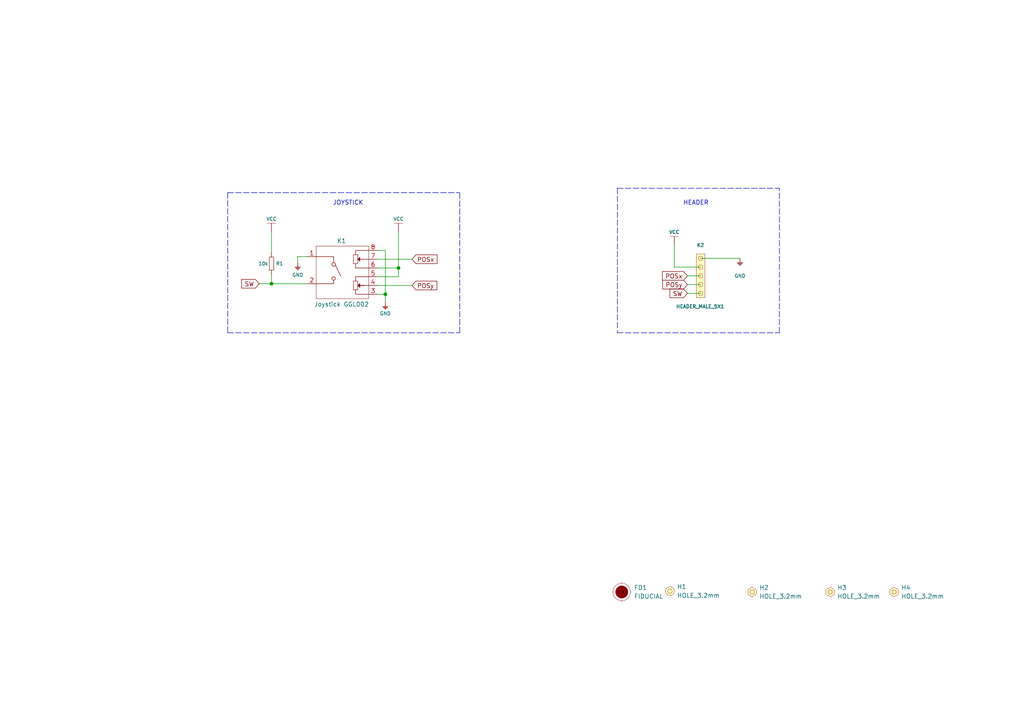
<source format=kicad_sch>
(kicad_sch (version 20211123) (generator eeschema)

  (uuid b7b2c7e9-017b-4a0e-b28b-73e3293c5d49)

  (paper "A4")

  (title_block
    (title "Joystick 2-axis with pushbutton breakout")
    (date "2024-10-03")
    (rev "V1.3.0.")
    (company "SOLDERED")
    (comment 1 "333089")
  )

  (lib_symbols
    (symbol "GND_1" (power) (pin_names (offset 0)) (in_bom yes) (on_board yes)
      (property "Reference" "#PWR" (id 0) (at 4.445 0 0)
        (effects (font (size 1 1)) hide)
      )
      (property "Value" "GND_1" (id 1) (at 0 -2.921 0)
        (effects (font (size 1 1)))
      )
      (property "Footprint" "" (id 2) (at 4.445 3.81 0)
        (effects (font (size 1 1)) hide)
      )
      (property "Datasheet" "" (id 3) (at 4.445 3.81 0)
        (effects (font (size 1 1)) hide)
      )
      (property "ki_keywords" "power-flag" (id 4) (at 0 0 0)
        (effects (font (size 1.27 1.27)) hide)
      )
      (property "ki_description" "Power symbol creates a global label with name \"GND\"" (id 5) (at 0 0 0)
        (effects (font (size 1.27 1.27)) hide)
      )
      (symbol "GND_1_0_1"
        (polyline
          (pts
            (xy -0.762 -1.27)
            (xy 0.762 -1.27)
          )
          (stroke (width 0.16) (type default) (color 0 0 0 0))
          (fill (type none))
        )
        (polyline
          (pts
            (xy -0.635 -1.524)
            (xy 0.635 -1.524)
          )
          (stroke (width 0.16) (type default) (color 0 0 0 0))
          (fill (type none))
        )
        (polyline
          (pts
            (xy -0.381 -1.778)
            (xy 0.381 -1.778)
          )
          (stroke (width 0.16) (type default) (color 0 0 0 0))
          (fill (type none))
        )
        (polyline
          (pts
            (xy -0.127 -2.032)
            (xy 0.127 -2.032)
          )
          (stroke (width 0.16) (type default) (color 0 0 0 0))
          (fill (type none))
        )
        (polyline
          (pts
            (xy 0 0)
            (xy 0 -1.27)
          )
          (stroke (width 0.16) (type default) (color 0 0 0 0))
          (fill (type none))
        )
      )
      (symbol "GND_1_1_1"
        (pin power_in line (at 0 0 270) (length 0) hide
          (name "GND" (effects (font (size 1.27 1.27))))
          (number "1" (effects (font (size 1.27 1.27))))
        )
      )
    )
    (symbol "GND_2" (power) (pin_names (offset 0)) (in_bom yes) (on_board yes)
      (property "Reference" "#PWR" (id 0) (at 4.445 0 0)
        (effects (font (size 1 1)) hide)
      )
      (property "Value" "GND_2" (id 1) (at 0 -2.921 0)
        (effects (font (size 1 1)))
      )
      (property "Footprint" "" (id 2) (at 4.445 3.81 0)
        (effects (font (size 1 1)) hide)
      )
      (property "Datasheet" "" (id 3) (at 4.445 3.81 0)
        (effects (font (size 1 1)) hide)
      )
      (property "ki_keywords" "power-flag" (id 4) (at 0 0 0)
        (effects (font (size 1.27 1.27)) hide)
      )
      (property "ki_description" "Power symbol creates a global label with name \"GND\"" (id 5) (at 0 0 0)
        (effects (font (size 1.27 1.27)) hide)
      )
      (symbol "GND_2_0_1"
        (polyline
          (pts
            (xy -0.762 -1.27)
            (xy 0.762 -1.27)
          )
          (stroke (width 0.16) (type default) (color 0 0 0 0))
          (fill (type none))
        )
        (polyline
          (pts
            (xy -0.635 -1.524)
            (xy 0.635 -1.524)
          )
          (stroke (width 0.16) (type default) (color 0 0 0 0))
          (fill (type none))
        )
        (polyline
          (pts
            (xy -0.381 -1.778)
            (xy 0.381 -1.778)
          )
          (stroke (width 0.16) (type default) (color 0 0 0 0))
          (fill (type none))
        )
        (polyline
          (pts
            (xy -0.127 -2.032)
            (xy 0.127 -2.032)
          )
          (stroke (width 0.16) (type default) (color 0 0 0 0))
          (fill (type none))
        )
        (polyline
          (pts
            (xy 0 0)
            (xy 0 -1.27)
          )
          (stroke (width 0.16) (type default) (color 0 0 0 0))
          (fill (type none))
        )
      )
      (symbol "GND_2_1_1"
        (pin power_in line (at 0 0 270) (length 0) hide
          (name "GND" (effects (font (size 1.27 1.27))))
          (number "1" (effects (font (size 1.27 1.27))))
        )
      )
    )
    (symbol "e-radionica.com schematics:0603R" (pin_numbers hide) (pin_names (offset 0.254)) (in_bom yes) (on_board yes)
      (property "Reference" "R" (id 0) (at 0 1.27 0)
        (effects (font (size 1 1)))
      )
      (property "Value" "0603R" (id 1) (at 0 -1.905 0)
        (effects (font (size 1 1)))
      )
      (property "Footprint" "e-radionica.com footprinti:0603R" (id 2) (at 0 -3.81 0)
        (effects (font (size 1 1)) hide)
      )
      (property "Datasheet" "" (id 3) (at -0.635 1.905 0)
        (effects (font (size 1 1)) hide)
      )
      (symbol "0603R_0_1"
        (rectangle (start -1.905 -0.635) (end 1.905 -0.6604)
          (stroke (width 0.1) (type default) (color 0 0 0 0))
          (fill (type none))
        )
        (rectangle (start -1.905 0.635) (end -1.8796 -0.635)
          (stroke (width 0.1) (type default) (color 0 0 0 0))
          (fill (type none))
        )
        (rectangle (start -1.905 0.635) (end 1.905 0.6096)
          (stroke (width 0.1) (type default) (color 0 0 0 0))
          (fill (type none))
        )
        (rectangle (start 1.905 0.635) (end 1.9304 -0.635)
          (stroke (width 0.1) (type default) (color 0 0 0 0))
          (fill (type none))
        )
      )
      (symbol "0603R_1_1"
        (pin passive line (at -3.175 0 0) (length 1.27)
          (name "~" (effects (font (size 1.27 1.27))))
          (number "1" (effects (font (size 1.27 1.27))))
        )
        (pin passive line (at 3.175 0 180) (length 1.27)
          (name "~" (effects (font (size 1.27 1.27))))
          (number "2" (effects (font (size 1.27 1.27))))
        )
      )
    )
    (symbol "e-radionica.com schematics:FIDUCIAL" (in_bom no) (on_board yes)
      (property "Reference" "FD" (id 0) (at 0 3.81 0)
        (effects (font (size 1.27 1.27)))
      )
      (property "Value" "FIDUCIAL" (id 1) (at 0 -3.81 0)
        (effects (font (size 1.27 1.27)))
      )
      (property "Footprint" "e-radionica.com footprinti:FIDUCIAL_23" (id 2) (at 0.254 -5.334 0)
        (effects (font (size 1.27 1.27)) hide)
      )
      (property "Datasheet" "" (id 3) (at 0 0 0)
        (effects (font (size 1.27 1.27)) hide)
      )
      (symbol "FIDUCIAL_0_1"
        (polyline
          (pts
            (xy -2.54 0)
            (xy -2.794 0)
          )
          (stroke (width 0.0006) (type default) (color 0 0 0 0))
          (fill (type none))
        )
        (polyline
          (pts
            (xy 0 -2.54)
            (xy 0 -2.794)
          )
          (stroke (width 0.0006) (type default) (color 0 0 0 0))
          (fill (type none))
        )
        (polyline
          (pts
            (xy 0 2.54)
            (xy 0 2.794)
          )
          (stroke (width 0.0006) (type default) (color 0 0 0 0))
          (fill (type none))
        )
        (polyline
          (pts
            (xy 2.54 0)
            (xy 2.794 0)
          )
          (stroke (width 0.0006) (type default) (color 0 0 0 0))
          (fill (type none))
        )
        (circle (center 0 0) (radius 1.7961)
          (stroke (width 0.001) (type default) (color 0 0 0 0))
          (fill (type outline))
        )
        (circle (center 0 0) (radius 2.54)
          (stroke (width 0.0006) (type default) (color 0 0 0 0))
          (fill (type none))
        )
      )
    )
    (symbol "e-radionica.com schematics:GND" (power) (pin_names (offset 0)) (in_bom yes) (on_board yes)
      (property "Reference" "#PWR" (id 0) (at 4.445 0 0)
        (effects (font (size 1 1)) hide)
      )
      (property "Value" "GND" (id 1) (at 0 -2.921 0)
        (effects (font (size 1 1)))
      )
      (property "Footprint" "" (id 2) (at 4.445 3.81 0)
        (effects (font (size 1 1)) hide)
      )
      (property "Datasheet" "" (id 3) (at 4.445 3.81 0)
        (effects (font (size 1 1)) hide)
      )
      (property "ki_keywords" "power-flag" (id 4) (at 0 0 0)
        (effects (font (size 1.27 1.27)) hide)
      )
      (property "ki_description" "Power symbol creates a global label with name \"GND\"" (id 5) (at 0 0 0)
        (effects (font (size 1.27 1.27)) hide)
      )
      (symbol "GND_0_1"
        (polyline
          (pts
            (xy -0.762 -1.27)
            (xy 0.762 -1.27)
          )
          (stroke (width 0.16) (type default) (color 0 0 0 0))
          (fill (type none))
        )
        (polyline
          (pts
            (xy -0.635 -1.524)
            (xy 0.635 -1.524)
          )
          (stroke (width 0.16) (type default) (color 0 0 0 0))
          (fill (type none))
        )
        (polyline
          (pts
            (xy -0.381 -1.778)
            (xy 0.381 -1.778)
          )
          (stroke (width 0.16) (type default) (color 0 0 0 0))
          (fill (type none))
        )
        (polyline
          (pts
            (xy -0.127 -2.032)
            (xy 0.127 -2.032)
          )
          (stroke (width 0.16) (type default) (color 0 0 0 0))
          (fill (type none))
        )
        (polyline
          (pts
            (xy 0 0)
            (xy 0 -1.27)
          )
          (stroke (width 0.16) (type default) (color 0 0 0 0))
          (fill (type none))
        )
      )
      (symbol "GND_1_1"
        (pin power_in line (at 0 0 270) (length 0) hide
          (name "GND" (effects (font (size 1.27 1.27))))
          (number "1" (effects (font (size 1.27 1.27))))
        )
      )
    )
    (symbol "e-radionica.com schematics:HEADER_MALE_5X1" (pin_numbers hide) (pin_names hide) (in_bom yes) (on_board yes)
      (property "Reference" "K" (id 0) (at -0.635 7.62 0)
        (effects (font (size 1 1)))
      )
      (property "Value" "HEADER_MALE_5X1" (id 1) (at 0.635 -7.62 0)
        (effects (font (size 1 1)))
      )
      (property "Footprint" "e-radionica.com footprinti:HEADER_MALE_5X1" (id 2) (at 0 0 0)
        (effects (font (size 1 1)) hide)
      )
      (property "Datasheet" "" (id 3) (at 0 0 0)
        (effects (font (size 1 1)) hide)
      )
      (symbol "HEADER_MALE_5X1_0_1"
        (rectangle (start -1.27 6.35) (end 1.27 -6.35)
          (stroke (width 0.001) (type default) (color 0 0 0 0))
          (fill (type background))
        )
        (circle (center 0 -5.08) (radius 0.635)
          (stroke (width 0.0006) (type default) (color 0 0 0 0))
          (fill (type none))
        )
        (circle (center 0 -2.54) (radius 0.635)
          (stroke (width 0.0006) (type default) (color 0 0 0 0))
          (fill (type none))
        )
        (circle (center 0 0) (radius 0.635)
          (stroke (width 0.0006) (type default) (color 0 0 0 0))
          (fill (type none))
        )
        (circle (center 0 2.54) (radius 0.635)
          (stroke (width 0.0006) (type default) (color 0 0 0 0))
          (fill (type none))
        )
        (circle (center 0 5.08) (radius 0.635)
          (stroke (width 0.0006) (type default) (color 0 0 0 0))
          (fill (type none))
        )
      )
      (symbol "HEADER_MALE_5X1_1_1"
        (pin passive line (at 0 -5.08 180) (length 0)
          (name "~" (effects (font (size 1 1))))
          (number "1" (effects (font (size 1 1))))
        )
        (pin passive line (at 0 -2.54 180) (length 0)
          (name "~" (effects (font (size 1 1))))
          (number "2" (effects (font (size 1 1))))
        )
        (pin passive line (at 0 0 180) (length 0)
          (name "~" (effects (font (size 1 1))))
          (number "3" (effects (font (size 1 1))))
        )
        (pin passive line (at 0 2.54 180) (length 0)
          (name "~" (effects (font (size 1 1))))
          (number "4" (effects (font (size 1 1))))
        )
        (pin passive line (at 0 5.08 180) (length 0)
          (name "~" (effects (font (size 0.991 0.991))))
          (number "5" (effects (font (size 0.991 0.991))))
        )
      )
    )
    (symbol "e-radionica.com schematics:HOLE_3.2mm" (pin_numbers hide) (pin_names hide) (in_bom yes) (on_board yes)
      (property "Reference" "H" (id 0) (at 0 2.54 0)
        (effects (font (size 1.27 1.27)))
      )
      (property "Value" "HOLE_3.2mm" (id 1) (at 0 -2.54 0)
        (effects (font (size 1.27 1.27)))
      )
      (property "Footprint" "e-radionica.com footprinti:HOLE_3.2mm" (id 2) (at 0 0 0)
        (effects (font (size 1.27 1.27)) hide)
      )
      (property "Datasheet" "" (id 3) (at 0 0 0)
        (effects (font (size 1.27 1.27)) hide)
      )
      (symbol "HOLE_3.2mm_0_1"
        (circle (center 0 0) (radius 0.635)
          (stroke (width 0.0006) (type default) (color 0 0 0 0))
          (fill (type none))
        )
        (circle (center 0 0) (radius 1.27)
          (stroke (width 0.001) (type default) (color 0 0 0 0))
          (fill (type background))
        )
      )
    )
    (symbol "e-radionica.com schematics:Joystick GGL002" (in_bom yes) (on_board yes)
      (property "Reference" "K" (id 0) (at 0 8.89 0)
        (effects (font (size 1.27 1.27)))
      )
      (property "Value" "Joystick GGL002" (id 1) (at 0 -8.89 0)
        (effects (font (size 1.27 1.27)))
      )
      (property "Footprint" "e-radionica.com footprinti:Joystick GGL002" (id 2) (at 0 -11.43 0)
        (effects (font (size 1.27 1.27)) hide)
      )
      (property "Datasheet" "" (id 3) (at -8.636 -4.064 90)
        (effects (font (size 1.27 1.27)) hide)
      )
      (property "ki_keywords" "joystick new" (id 4) (at 0 0 0)
        (effects (font (size 1.27 1.27)) hide)
      )
      (symbol "Joystick GGL002_0_1"
        (rectangle (start -7.366 7.366) (end 7.874 -7.874)
          (stroke (width 0.1) (type default) (color 0 0 0 0))
          (fill (type none))
        )
        (circle (center -2.286 -2.032) (radius 0.508)
          (stroke (width 0.1524) (type default) (color 0 0 0 0))
          (fill (type none))
        )
        (circle (center -2.286 2.032) (radius 0.508)
          (stroke (width 0.1524) (type default) (color 0 0 0 0))
          (fill (type none))
        )
        (polyline
          (pts
            (xy 4.064 -6.604)
            (xy 4.064 -5.334)
          )
          (stroke (width 0.1524) (type default) (color 0 0 0 0))
          (fill (type none))
        )
        (polyline
          (pts
            (xy 4.064 -1.524)
            (xy 4.064 -2.794)
          )
          (stroke (width 0.1524) (type default) (color 0 0 0 0))
          (fill (type none))
        )
        (polyline
          (pts
            (xy 4.064 1.016)
            (xy 4.064 2.286)
          )
          (stroke (width 0.1524) (type default) (color 0 0 0 0))
          (fill (type none))
        )
        (polyline
          (pts
            (xy 6.604 -4.064)
            (xy 5.334 -4.064)
          )
          (stroke (width 0.1524) (type default) (color 0 0 0 0))
          (fill (type none))
        )
        (polyline
          (pts
            (xy 7.874 -4.064)
            (xy 5.334 -4.064)
          )
          (stroke (width 0.1524) (type default) (color 0 0 0 0))
          (fill (type none))
        )
        (polyline
          (pts
            (xy -7.366 -3.556)
            (xy -2.286 -3.556)
            (xy -2.286 -2.54)
          )
          (stroke (width 0.1524) (type default) (color 0 0 0 0))
          (fill (type none))
        )
        (polyline
          (pts
            (xy -7.366 4.318)
            (xy -2.286 4.318)
            (xy -2.286 2.54)
          )
          (stroke (width 0.1524) (type default) (color 0 0 0 0))
          (fill (type none))
        )
        (polyline
          (pts
            (xy -1.778 1.778)
            (xy -0.254 -1.27)
            (xy -0.508 -0.762)
          )
          (stroke (width 0.1524) (type default) (color 0 0 0 0))
          (fill (type none))
        )
        (polyline
          (pts
            (xy 7.874 -6.604)
            (xy 4.064 -6.604)
            (xy 4.064 -6.604)
          )
          (stroke (width 0.1524) (type default) (color 0 0 0 0))
          (fill (type none))
        )
        (polyline
          (pts
            (xy 7.874 -1.524)
            (xy 4.064 -1.524)
            (xy 5.334 -1.524)
          )
          (stroke (width 0.1524) (type default) (color 0 0 0 0))
          (fill (type none))
        )
        (polyline
          (pts
            (xy 7.874 1.016)
            (xy 4.064 1.016)
            (xy 7.874 1.016)
          )
          (stroke (width 0.1524) (type default) (color 0 0 0 0))
          (fill (type none))
        )
        (polyline
          (pts
            (xy 7.874 3.556)
            (xy 5.334 3.556)
            (xy 7.874 3.556)
          )
          (stroke (width 0.1524) (type default) (color 0 0 0 0))
          (fill (type none))
        )
        (polyline
          (pts
            (xy 7.874 6.096)
            (xy 4.064 6.096)
            (xy 4.064 4.826)
          )
          (stroke (width 0.1524) (type default) (color 0 0 0 0))
          (fill (type none))
        )
        (polyline
          (pts
            (xy 4.699 -4.064)
            (xy 5.334 -4.699)
            (xy 5.334 -3.429)
            (xy 4.699 -4.064)
          )
          (stroke (width 0.1) (type default) (color 0 0 0 0))
          (fill (type outline))
        )
        (polyline
          (pts
            (xy 4.699 3.556)
            (xy 5.334 2.921)
            (xy 5.334 4.191)
            (xy 4.699 3.556)
          )
          (stroke (width 0.1) (type default) (color 0 0 0 0))
          (fill (type outline))
        )
        (rectangle (start 3.429 -5.334) (end 3.4544 -2.794)
          (stroke (width 0.1) (type default) (color 0 0 0 0))
          (fill (type none))
        )
        (rectangle (start 3.429 -5.334) (end 4.699 -5.3086)
          (stroke (width 0.1) (type default) (color 0 0 0 0))
          (fill (type none))
        )
        (rectangle (start 3.429 -2.794) (end 4.699 -2.7686)
          (stroke (width 0.1) (type default) (color 0 0 0 0))
          (fill (type none))
        )
        (rectangle (start 3.429 2.286) (end 3.4544 4.826)
          (stroke (width 0.1) (type default) (color 0 0 0 0))
          (fill (type none))
        )
        (rectangle (start 3.429 2.286) (end 4.699 2.3114)
          (stroke (width 0.1) (type default) (color 0 0 0 0))
          (fill (type none))
        )
        (rectangle (start 3.429 4.826) (end 4.699 4.8514)
          (stroke (width 0.1) (type default) (color 0 0 0 0))
          (fill (type none))
        )
        (rectangle (start 4.699 -5.334) (end 4.7244 -2.794)
          (stroke (width 0.1) (type default) (color 0 0 0 0))
          (fill (type none))
        )
        (rectangle (start 4.699 2.286) (end 4.7244 4.826)
          (stroke (width 0.1) (type default) (color 0 0 0 0))
          (fill (type none))
        )
      )
      (symbol "Joystick GGL002_1_1"
        (pin passive line (at -9.906 4.318 0) (length 2.54)
          (name "" (effects (font (size 1.27 1.27))))
          (number "1" (effects (font (size 1.27 1.27))))
        )
        (pin passive line (at -9.906 -3.556 0) (length 2.54)
          (name "" (effects (font (size 1.27 1.27))))
          (number "2" (effects (font (size 1.27 1.27))))
        )
        (pin passive line (at 10.414 -6.604 180) (length 2.54)
          (name "" (effects (font (size 1.27 1.27))))
          (number "3" (effects (font (size 1.27 1.27))))
        )
        (pin passive line (at 10.414 -4.064 180) (length 2.54)
          (name "" (effects (font (size 1.27 1.27))))
          (number "4" (effects (font (size 1.27 1.27))))
        )
        (pin passive line (at 10.414 -1.524 180) (length 2.54)
          (name "" (effects (font (size 1.27 1.27))))
          (number "5" (effects (font (size 1.27 1.27))))
        )
        (pin passive line (at 10.414 1.016 180) (length 2.54)
          (name "" (effects (font (size 1.27 1.27))))
          (number "6" (effects (font (size 1.27 1.27))))
        )
        (pin passive line (at 10.414 3.556 180) (length 2.54)
          (name "" (effects (font (size 1.27 1.27))))
          (number "7" (effects (font (size 1.27 1.27))))
        )
        (pin passive line (at 10.414 6.096 180) (length 2.54)
          (name "" (effects (font (size 1.27 1.27))))
          (number "8" (effects (font (size 1.27 1.27))))
        )
      )
    )
    (symbol "e-radionica.com schematics:VCC" (power) (pin_names (offset 0)) (in_bom yes) (on_board yes)
      (property "Reference" "#PWR" (id 0) (at 4.445 0 0)
        (effects (font (size 1 1)) hide)
      )
      (property "Value" "VCC" (id 1) (at 0 3.556 0)
        (effects (font (size 1 1)))
      )
      (property "Footprint" "" (id 2) (at 4.445 3.81 0)
        (effects (font (size 1 1)) hide)
      )
      (property "Datasheet" "" (id 3) (at 4.445 3.81 0)
        (effects (font (size 1 1)) hide)
      )
      (property "ki_keywords" "power-flag" (id 4) (at 0 0 0)
        (effects (font (size 1.27 1.27)) hide)
      )
      (property "ki_description" "Power symbol creates a global label with name \"VCC\"" (id 5) (at 0 0 0)
        (effects (font (size 1.27 1.27)) hide)
      )
      (symbol "VCC_0_1"
        (polyline
          (pts
            (xy -1.27 2.54)
            (xy 1.27 2.54)
          )
          (stroke (width 0.0006) (type default) (color 0 0 0 0))
          (fill (type none))
        )
        (polyline
          (pts
            (xy 0 0)
            (xy 0 2.54)
          )
          (stroke (width 0) (type default) (color 0 0 0 0))
          (fill (type none))
        )
      )
      (symbol "VCC_1_1"
        (pin power_in line (at 0 0 90) (length 0) hide
          (name "VCC" (effects (font (size 1.27 1.27))))
          (number "1" (effects (font (size 1.27 1.27))))
        )
      )
    )
  )

  (junction (at 115.57 77.724) (diameter 0.9144) (color 0 0 0 0)
    (uuid 0f54db53-a272-4955-88fb-d7ab00657bb0)
  )
  (junction (at 111.76 85.344) (diameter 0.9144) (color 0 0 0 0)
    (uuid 922058ca-d09a-45fd-8394-05f3e2c1e03a)
  )
  (junction (at 78.74 82.296) (diameter 0) (color 0 0 0 0)
    (uuid d427a50a-2efe-42de-9727-886fea0bb3e7)
  )

  (wire (pts (xy 86.36 74.422) (xy 89.154 74.422))
    (stroke (width 0) (type default) (color 0 0 0 0))
    (uuid 13c6dcdb-11f1-4796-b5ce-53297f88bc7a)
  )
  (wire (pts (xy 203.2 74.93) (xy 214.63 74.93))
    (stroke (width 0) (type solid) (color 0 0 0 0))
    (uuid 1985f6b7-cf82-45f3-9bea-2c64e70c7f4b)
  )
  (wire (pts (xy 111.76 72.644) (xy 111.76 85.344))
    (stroke (width 0) (type solid) (color 0 0 0 0))
    (uuid 3afa3e09-000a-4957-b2d3-38f3b805e40d)
  )
  (wire (pts (xy 111.76 85.344) (xy 111.76 87.63))
    (stroke (width 0) (type solid) (color 0 0 0 0))
    (uuid 3afa3e09-000a-4957-b2d3-38f3b805e40e)
  )
  (wire (pts (xy 195.58 77.47) (xy 195.58 71.12))
    (stroke (width 0) (type solid) (color 0 0 0 0))
    (uuid 597e61c5-09f1-4cac-b2f0-5e98ddf771b4)
  )
  (wire (pts (xy 203.2 77.47) (xy 195.58 77.47))
    (stroke (width 0) (type solid) (color 0 0 0 0))
    (uuid 597e61c5-09f1-4cac-b2f0-5e98ddf771b5)
  )
  (wire (pts (xy 109.474 77.724) (xy 115.57 77.724))
    (stroke (width 0) (type solid) (color 0 0 0 0))
    (uuid 65fa5174-dcf8-4402-b2d2-6e19174d1624)
  )
  (wire (pts (xy 199.39 80.01) (xy 203.2 80.01))
    (stroke (width 0) (type solid) (color 0 0 0 0))
    (uuid 682c8dd7-d6bd-456b-8fbd-290bde074356)
  )
  (wire (pts (xy 199.39 85.09) (xy 203.2 85.09))
    (stroke (width 0) (type solid) (color 0 0 0 0))
    (uuid 6f3dc5b7-ceb1-424d-b0d6-46919ac4f89f)
  )
  (wire (pts (xy 86.36 76.2) (xy 86.36 74.422))
    (stroke (width 0) (type default) (color 0 0 0 0))
    (uuid 7d0d42fc-7dba-45cc-8a77-275fc87797c8)
  )
  (wire (pts (xy 78.74 67.31) (xy 78.74 73.279))
    (stroke (width 0) (type default) (color 0 0 0 0))
    (uuid 7d1e094b-500c-4121-b093-55fb8248793d)
  )
  (wire (pts (xy 78.74 82.296) (xy 89.154 82.296))
    (stroke (width 0) (type default) (color 0 0 0 0))
    (uuid 8029bf0e-dc94-4a66-b0ee-70fa20004f68)
  )
  (polyline (pts (xy 179.07 54.61) (xy 179.07 96.52))
    (stroke (width 0) (type dash) (color 0 0 0 0))
    (uuid 9b15ab40-6e20-4ba3-82d4-8aaa52f4f6b9)
  )
  (polyline (pts (xy 179.07 54.61) (xy 226.06 54.61))
    (stroke (width 0) (type dash) (color 0 0 0 0))
    (uuid 9b15ab40-6e20-4ba3-82d4-8aaa52f4f6ba)
  )
  (polyline (pts (xy 179.07 96.52) (xy 226.06 96.52))
    (stroke (width 0) (type dash) (color 0 0 0 0))
    (uuid 9b15ab40-6e20-4ba3-82d4-8aaa52f4f6bb)
  )
  (polyline (pts (xy 226.06 96.52) (xy 226.06 54.61))
    (stroke (width 0) (type dash) (color 0 0 0 0))
    (uuid 9b15ab40-6e20-4ba3-82d4-8aaa52f4f6bc)
  )

  (wire (pts (xy 109.474 72.644) (xy 111.76 72.644))
    (stroke (width 0) (type solid) (color 0 0 0 0))
    (uuid b5cc4bb9-2daf-47f6-9a4c-ea91b0247a95)
  )
  (wire (pts (xy 199.39 82.55) (xy 203.2 82.55))
    (stroke (width 0) (type solid) (color 0 0 0 0))
    (uuid ba8fb9b8-516d-498a-9ac9-719acd4e118e)
  )
  (polyline (pts (xy 66.04 55.88) (xy 66.04 96.52))
    (stroke (width 0) (type dash) (color 0 0 0 0))
    (uuid baf0b99e-a2d9-44df-8bef-df80b0d32053)
  )
  (polyline (pts (xy 66.04 55.88) (xy 133.35 55.88))
    (stroke (width 0) (type dash) (color 0 0 0 0))
    (uuid baf0b99e-a2d9-44df-8bef-df80b0d32054)
  )
  (polyline (pts (xy 66.04 96.52) (xy 133.35 96.52))
    (stroke (width 0) (type dash) (color 0 0 0 0))
    (uuid baf0b99e-a2d9-44df-8bef-df80b0d32055)
  )
  (polyline (pts (xy 133.35 96.52) (xy 133.35 55.88))
    (stroke (width 0) (type dash) (color 0 0 0 0))
    (uuid baf0b99e-a2d9-44df-8bef-df80b0d32056)
  )

  (wire (pts (xy 109.474 80.264) (xy 115.57 80.264))
    (stroke (width 0) (type solid) (color 0 0 0 0))
    (uuid c2822f2a-d4d9-49be-9b25-f2856b6a3b08)
  )
  (wire (pts (xy 115.57 67.31) (xy 115.57 77.724))
    (stroke (width 0) (type solid) (color 0 0 0 0))
    (uuid c2822f2a-d4d9-49be-9b25-f2856b6a3b09)
  )
  (wire (pts (xy 115.57 77.724) (xy 115.57 80.264))
    (stroke (width 0) (type solid) (color 0 0 0 0))
    (uuid c2822f2a-d4d9-49be-9b25-f2856b6a3b0a)
  )
  (wire (pts (xy 78.74 79.629) (xy 78.74 82.296))
    (stroke (width 0) (type default) (color 0 0 0 0))
    (uuid dbad18c4-6eca-4869-a5a7-4a6ebf2af886)
  )
  (wire (pts (xy 109.474 85.344) (xy 111.76 85.344))
    (stroke (width 0) (type solid) (color 0 0 0 0))
    (uuid e9c522a0-976a-47b4-ac75-89760b596c7e)
  )
  (wire (pts (xy 109.474 75.184) (xy 119.507 75.184))
    (stroke (width 0) (type solid) (color 0 0 0 0))
    (uuid fb334305-092e-4bf1-9c8a-2bb6e023d1d9)
  )
  (wire (pts (xy 109.474 82.804) (xy 119.507 82.804))
    (stroke (width 0) (type solid) (color 0 0 0 0))
    (uuid fb968038-e3fc-4140-b2ec-3af1e99aab3f)
  )
  (wire (pts (xy 75.184 82.296) (xy 78.74 82.296))
    (stroke (width 0) (type default) (color 0 0 0 0))
    (uuid fff93175-bafd-4f34-ae0e-78aba8b2e1a9)
  )

  (text "JOYSTICK\n" (at 96.52 59.69 0)
    (effects (font (size 1.27 1.27)) (justify left bottom))
    (uuid 4368322d-f91b-4c03-98fe-61b806803039)
  )
  (text "HEADER\n" (at 198.12 59.69 0)
    (effects (font (size 1.27 1.27)) (justify left bottom))
    (uuid e65247cf-dfd1-48db-a559-3f8aacc78f47)
  )

  (global_label "SW" (shape input) (at 199.39 85.09 180) (fields_autoplaced)
    (effects (font (size 1.27 1.27)) (justify right))
    (uuid 0eeeb760-0db0-4fbf-bec5-4801c4892a39)
    (property "Intersheet References" "${INTERSHEET_REFS}" (id 0) (at 194.3159 85.0106 0)
      (effects (font (size 1.27 1.27)) (justify right) hide)
    )
  )
  (global_label "POSy" (shape input) (at 119.507 82.804 0) (fields_autoplaced)
    (effects (font (size 1.27 1.27)) (justify left))
    (uuid 14df6c09-073b-4895-95ee-3e41157100e4)
    (property "Intersheet References" "${INTERSHEET_REFS}" (id 0) (at 126.6977 82.7246 0)
      (effects (font (size 1.27 1.27)) (justify left) hide)
    )
  )
  (global_label "POSx" (shape input) (at 199.39 80.01 180) (fields_autoplaced)
    (effects (font (size 1.27 1.27)) (justify right))
    (uuid 2bd1bce9-c422-4908-8120-c07ab2f2a7e0)
    (property "Intersheet References" "${INTERSHEET_REFS}" (id 0) (at 192.1388 79.9306 0)
      (effects (font (size 1.27 1.27)) (justify right) hide)
    )
  )
  (global_label "POSx" (shape input) (at 119.507 75.184 0) (fields_autoplaced)
    (effects (font (size 1.27 1.27)) (justify left))
    (uuid 8d8198b9-8f0c-49ee-ab9c-1d026051443f)
    (property "Intersheet References" "${INTERSHEET_REFS}" (id 0) (at 126.7582 75.1046 0)
      (effects (font (size 1.27 1.27)) (justify left) hide)
    )
  )
  (global_label "SW" (shape input) (at 75.184 82.296 180) (fields_autoplaced)
    (effects (font (size 1.27 1.27)) (justify right))
    (uuid c191fa5d-07d1-4903-9155-dc56623890c1)
    (property "Intersheet References" "${INTERSHEET_REFS}" (id 0) (at 70.1099 82.2166 0)
      (effects (font (size 1.27 1.27)) (justify right) hide)
    )
  )
  (global_label "POSy" (shape input) (at 199.39 82.55 180) (fields_autoplaced)
    (effects (font (size 1.27 1.27)) (justify right))
    (uuid cba7abb6-2761-46d0-9796-d9b98f979c8b)
    (property "Intersheet References" "${INTERSHEET_REFS}" (id 0) (at 192.1993 82.4706 0)
      (effects (font (size 1.27 1.27)) (justify right) hide)
    )
  )

  (symbol (lib_name "GND_2") (lib_id "e-radionica.com schematics:GND") (at 111.76 87.63 0) (unit 1)
    (in_bom yes) (on_board yes)
    (uuid 2090c9f9-267d-4f23-9aee-80f06e152e66)
    (property "Reference" "#PWR0102" (id 0) (at 116.205 87.63 0)
      (effects (font (size 1 1)) hide)
    )
    (property "Value" "GND" (id 1) (at 111.76 90.932 0)
      (effects (font (size 1 1)))
    )
    (property "Footprint" "" (id 2) (at 116.205 83.82 0)
      (effects (font (size 1 1)) hide)
    )
    (property "Datasheet" "" (id 3) (at 116.205 83.82 0)
      (effects (font (size 1 1)) hide)
    )
    (pin "1" (uuid b3501842-9633-4ca1-bd4e-8718ac1fb442))
  )

  (symbol (lib_id "e-radionica.com schematics:0603R") (at 78.74 76.454 90) (unit 1)
    (in_bom yes) (on_board yes)
    (uuid 3dbe6a7a-bc13-4fc1-8db1-b99441dc1d0a)
    (property "Reference" "R1" (id 0) (at 80.01 76.454 90)
      (effects (font (size 1 1)) (justify right))
    )
    (property "Value" "10k" (id 1) (at 74.93 76.454 90)
      (effects (font (size 1 1)) (justify right))
    )
    (property "Footprint" "e-radionica.com footprinti:0603R" (id 2) (at 82.55 76.454 0)
      (effects (font (size 1 1)) hide)
    )
    (property "Datasheet" "" (id 3) (at 76.835 77.089 0)
      (effects (font (size 1 1)) hide)
    )
    (pin "1" (uuid 9d703bfa-623c-4a73-94ce-75987d3b3490))
    (pin "2" (uuid ad3d2496-9d91-4c3e-a06b-0ce2ea4713c0))
  )

  (symbol (lib_id "e-radionica.com schematics:GND") (at 86.36 76.2 0) (unit 1)
    (in_bom yes) (on_board yes)
    (uuid 3dee240e-9263-4627-ba25-c47ad888f192)
    (property "Reference" "#PWR0101" (id 0) (at 90.805 76.2 0)
      (effects (font (size 1 1)) hide)
    )
    (property "Value" "GND" (id 1) (at 86.36 79.756 0)
      (effects (font (size 1 1)))
    )
    (property "Footprint" "" (id 2) (at 90.805 72.39 0)
      (effects (font (size 1 1)) hide)
    )
    (property "Datasheet" "" (id 3) (at 90.805 72.39 0)
      (effects (font (size 1 1)) hide)
    )
    (pin "1" (uuid 5445f0e0-c3b7-4bff-8964-8bd4d4d6c0c3))
  )

  (symbol (lib_id "e-radionica.com schematics:FIDUCIAL") (at 180.34 171.704 0) (unit 1)
    (in_bom no) (on_board yes) (fields_autoplaced)
    (uuid 41818bb8-7df4-440f-90b4-f40b8d706a57)
    (property "Reference" "FD1" (id 0) (at 183.896 170.4339 0)
      (effects (font (size 1.27 1.27)) (justify left))
    )
    (property "Value" "FIDUCIAL" (id 1) (at 183.896 172.9739 0)
      (effects (font (size 1.27 1.27)) (justify left))
    )
    (property "Footprint" "e-radionica.com footprinti:FIDUCIAL_23" (id 2) (at 180.594 177.038 0)
      (effects (font (size 1.27 1.27)) hide)
    )
    (property "Datasheet" "" (id 3) (at 180.34 171.704 0)
      (effects (font (size 1.27 1.27)) hide)
    )
  )

  (symbol (lib_id "e-radionica.com schematics:VCC") (at 78.74 67.31 0) (unit 1)
    (in_bom yes) (on_board yes) (fields_autoplaced)
    (uuid 47e098c3-133e-40f5-8e9b-768faf6f99b5)
    (property "Reference" "#PWR0106" (id 0) (at 83.185 67.31 0)
      (effects (font (size 1 1)) hide)
    )
    (property "Value" "VCC" (id 1) (at 78.74 63.5 0)
      (effects (font (size 1 1)))
    )
    (property "Footprint" "" (id 2) (at 83.185 63.5 0)
      (effects (font (size 1 1)) hide)
    )
    (property "Datasheet" "" (id 3) (at 83.185 63.5 0)
      (effects (font (size 1 1)) hide)
    )
    (pin "1" (uuid 279d721d-83fb-46e0-afd9-3e98a6459ef3))
  )

  (symbol (lib_id "e-radionica.com schematics:Joystick GGL002") (at 99.06 78.74 0) (unit 1)
    (in_bom yes) (on_board yes)
    (uuid 69912514-1ce7-441f-93e2-db08134b81e1)
    (property "Reference" "K1" (id 0) (at 99.06 69.85 0))
    (property "Value" "Joystick GGL002" (id 1) (at 99.06 88.265 0))
    (property "Footprint" "e-radionica.com footprinti:Joystick GGL002" (id 2) (at 99.06 90.17 0)
      (effects (font (size 1.27 1.27)) hide)
    )
    (property "Datasheet" "" (id 3) (at 90.424 82.804 90)
      (effects (font (size 1.27 1.27)) hide)
    )
    (pin "1" (uuid d74a104a-35da-4cb0-a175-88b67893caa9))
    (pin "2" (uuid 0d9212c3-3e21-49ad-8bb7-72b5da23c2a2))
    (pin "3" (uuid 81bc97b1-1d8c-4b7c-933a-55e6f6aef1d3))
    (pin "4" (uuid c09fe7b4-5f72-4adf-acf1-e3c84e518121))
    (pin "5" (uuid 607d0755-0af0-478b-9b6c-c630c7a2d8d8))
    (pin "6" (uuid 0eed9079-0af2-447e-805f-e0cdc1a76198))
    (pin "7" (uuid 92934150-42be-495a-9985-2a520c877afe))
    (pin "8" (uuid 85806625-d51f-4182-a985-44aab1c3b58d))
  )

  (symbol (lib_name "GND_1") (lib_id "e-radionica.com schematics:GND") (at 214.63 74.93 0) (unit 1)
    (in_bom yes) (on_board yes) (fields_autoplaced)
    (uuid ad99a389-44ce-4a17-9a14-46cb5f149290)
    (property "Reference" "#PWR0104" (id 0) (at 219.075 74.93 0)
      (effects (font (size 1 1)) hide)
    )
    (property "Value" "GND" (id 1) (at 214.63 80.01 0)
      (effects (font (size 1 1)))
    )
    (property "Footprint" "" (id 2) (at 219.075 71.12 0)
      (effects (font (size 1 1)) hide)
    )
    (property "Datasheet" "" (id 3) (at 219.075 71.12 0)
      (effects (font (size 1 1)) hide)
    )
    (pin "1" (uuid 87d725fd-33da-400d-8d93-da03f1ad44d6))
  )

  (symbol (lib_id "e-radionica.com schematics:HOLE_3.2mm") (at 194.31 171.45 0) (unit 1)
    (in_bom yes) (on_board yes) (fields_autoplaced)
    (uuid b4b54091-e263-49de-a2de-1b2ee888e551)
    (property "Reference" "H1" (id 0) (at 196.342 170.1799 0)
      (effects (font (size 1.27 1.27)) (justify left))
    )
    (property "Value" "HOLE_3.2mm" (id 1) (at 196.342 172.7199 0)
      (effects (font (size 1.27 1.27)) (justify left))
    )
    (property "Footprint" "e-radionica.com footprinti:HOLE_3.2mm" (id 2) (at 194.31 171.45 0)
      (effects (font (size 1.27 1.27)) hide)
    )
    (property "Datasheet" "" (id 3) (at 194.31 171.45 0)
      (effects (font (size 1.27 1.27)) hide)
    )
  )

  (symbol (lib_id "e-radionica.com schematics:HOLE_3.2mm") (at 218.186 171.704 0) (unit 1)
    (in_bom yes) (on_board yes) (fields_autoplaced)
    (uuid bf9bf18b-0b40-4114-b8b3-b0273fbab3bf)
    (property "Reference" "H2" (id 0) (at 220.218 170.4339 0)
      (effects (font (size 1.27 1.27)) (justify left))
    )
    (property "Value" "HOLE_3.2mm" (id 1) (at 220.218 172.9739 0)
      (effects (font (size 1.27 1.27)) (justify left))
    )
    (property "Footprint" "e-radionica.com footprinti:HOLE_3.2mm" (id 2) (at 218.186 171.704 0)
      (effects (font (size 1.27 1.27)) hide)
    )
    (property "Datasheet" "" (id 3) (at 218.186 171.704 0)
      (effects (font (size 1.27 1.27)) hide)
    )
  )

  (symbol (lib_id "e-radionica.com schematics:HOLE_3.2mm") (at 240.792 171.704 0) (unit 1)
    (in_bom yes) (on_board yes) (fields_autoplaced)
    (uuid c82fa317-7df2-434a-9915-b893e6410879)
    (property "Reference" "H3" (id 0) (at 242.824 170.4339 0)
      (effects (font (size 1.27 1.27)) (justify left))
    )
    (property "Value" "HOLE_3.2mm" (id 1) (at 242.824 172.9739 0)
      (effects (font (size 1.27 1.27)) (justify left))
    )
    (property "Footprint" "e-radionica.com footprinti:HOLE_3.2mm" (id 2) (at 240.792 171.704 0)
      (effects (font (size 1.27 1.27)) hide)
    )
    (property "Datasheet" "" (id 3) (at 240.792 171.704 0)
      (effects (font (size 1.27 1.27)) hide)
    )
  )

  (symbol (lib_id "e-radionica.com schematics:VCC") (at 115.57 67.31 0) (unit 1)
    (in_bom yes) (on_board yes) (fields_autoplaced)
    (uuid cf5b5e0f-48ae-456f-b0b4-23496ce43e33)
    (property "Reference" "#PWR0103" (id 0) (at 120.015 67.31 0)
      (effects (font (size 1 1)) hide)
    )
    (property "Value" "VCC" (id 1) (at 115.57 63.5 0)
      (effects (font (size 1 1)))
    )
    (property "Footprint" "" (id 2) (at 120.015 63.5 0)
      (effects (font (size 1 1)) hide)
    )
    (property "Datasheet" "" (id 3) (at 120.015 63.5 0)
      (effects (font (size 1 1)) hide)
    )
    (pin "1" (uuid 0bbab0d6-e977-4a9b-9e97-8b04878143e1))
  )

  (symbol (lib_id "e-radionica.com schematics:VCC") (at 195.58 71.12 0) (unit 1)
    (in_bom yes) (on_board yes) (fields_autoplaced)
    (uuid d3486a9f-79f1-47bc-ad1b-90b11edd0746)
    (property "Reference" "#PWR0105" (id 0) (at 200.025 71.12 0)
      (effects (font (size 1 1)) hide)
    )
    (property "Value" "VCC" (id 1) (at 195.58 67.31 0)
      (effects (font (size 1 1)))
    )
    (property "Footprint" "" (id 2) (at 200.025 67.31 0)
      (effects (font (size 1 1)) hide)
    )
    (property "Datasheet" "" (id 3) (at 200.025 67.31 0)
      (effects (font (size 1 1)) hide)
    )
    (pin "1" (uuid 3f99a882-0f36-4fd3-be27-95f1d1cf2302))
  )

  (symbol (lib_id "e-radionica.com schematics:HEADER_MALE_5X1") (at 203.2 80.01 0) (unit 1)
    (in_bom yes) (on_board yes)
    (uuid e14c703d-210d-4cf0-b024-27966533946e)
    (property "Reference" "K2" (id 0) (at 203.2 71.12 0)
      (effects (font (size 1 1)))
    )
    (property "Value" "HEADER_MALE_5X1" (id 1) (at 203.073 88.9 0)
      (effects (font (size 1 1)))
    )
    (property "Footprint" "e-radionica.com footprinti:HEADER_MALE_5X1" (id 2) (at 203.2 80.01 0)
      (effects (font (size 1 1)) hide)
    )
    (property "Datasheet" "" (id 3) (at 203.2 80.01 0)
      (effects (font (size 1 1)) hide)
    )
    (pin "1" (uuid 639cd9ef-ab6d-4112-94b1-faf5cc5c24f1))
    (pin "2" (uuid 146d6d3a-e478-4199-bfe5-59ecf52c0c3a))
    (pin "3" (uuid dd43f741-3621-4c69-aaa7-d946ef0b676f))
    (pin "4" (uuid 85879e62-8588-42ee-8287-065f82a5569f))
    (pin "5" (uuid 5d6b72f9-c544-4601-bc17-2d3dd8108cdb))
  )

  (symbol (lib_id "e-radionica.com schematics:HOLE_3.2mm") (at 259.334 171.704 0) (unit 1)
    (in_bom yes) (on_board yes) (fields_autoplaced)
    (uuid ecdd8b38-db7f-4b14-9fe3-288f96f5d8cd)
    (property "Reference" "H4" (id 0) (at 261.366 170.4339 0)
      (effects (font (size 1.27 1.27)) (justify left))
    )
    (property "Value" "HOLE_3.2mm" (id 1) (at 261.366 172.9739 0)
      (effects (font (size 1.27 1.27)) (justify left))
    )
    (property "Footprint" "e-radionica.com footprinti:HOLE_3.2mm" (id 2) (at 259.334 171.704 0)
      (effects (font (size 1.27 1.27)) hide)
    )
    (property "Datasheet" "" (id 3) (at 259.334 171.704 0)
      (effects (font (size 1.27 1.27)) hide)
    )
  )

  (sheet_instances
    (path "/" (page "1"))
  )

  (symbol_instances
    (path "/3dee240e-9263-4627-ba25-c47ad888f192"
      (reference "#PWR0101") (unit 1) (value "GND") (footprint "")
    )
    (path "/2090c9f9-267d-4f23-9aee-80f06e152e66"
      (reference "#PWR0102") (unit 1) (value "GND") (footprint "")
    )
    (path "/cf5b5e0f-48ae-456f-b0b4-23496ce43e33"
      (reference "#PWR0103") (unit 1) (value "VCC") (footprint "")
    )
    (path "/ad99a389-44ce-4a17-9a14-46cb5f149290"
      (reference "#PWR0104") (unit 1) (value "GND") (footprint "")
    )
    (path "/d3486a9f-79f1-47bc-ad1b-90b11edd0746"
      (reference "#PWR0105") (unit 1) (value "VCC") (footprint "")
    )
    (path "/47e098c3-133e-40f5-8e9b-768faf6f99b5"
      (reference "#PWR0106") (unit 1) (value "VCC") (footprint "")
    )
    (path "/41818bb8-7df4-440f-90b4-f40b8d706a57"
      (reference "FD1") (unit 1) (value "FIDUCIAL") (footprint "e-radionica.com footprinti:FIDUCIAL_23")
    )
    (path "/b4b54091-e263-49de-a2de-1b2ee888e551"
      (reference "H1") (unit 1) (value "HOLE_3.2mm") (footprint "e-radionica.com footprinti:HOLE_3.2mm")
    )
    (path "/bf9bf18b-0b40-4114-b8b3-b0273fbab3bf"
      (reference "H2") (unit 1) (value "HOLE_3.2mm") (footprint "e-radionica.com footprinti:HOLE_3.2mm")
    )
    (path "/c82fa317-7df2-434a-9915-b893e6410879"
      (reference "H3") (unit 1) (value "HOLE_3.2mm") (footprint "e-radionica.com footprinti:HOLE_3.2mm")
    )
    (path "/ecdd8b38-db7f-4b14-9fe3-288f96f5d8cd"
      (reference "H4") (unit 1) (value "HOLE_3.2mm") (footprint "e-radionica.com footprinti:HOLE_3.2mm")
    )
    (path "/69912514-1ce7-441f-93e2-db08134b81e1"
      (reference "K1") (unit 1) (value "Joystick GGL002") (footprint "e-radionica.com footprinti:Joystick GGL002")
    )
    (path "/e14c703d-210d-4cf0-b024-27966533946e"
      (reference "K2") (unit 1) (value "HEADER_MALE_5X1") (footprint "e-radionica.com footprinti:HEADER_MALE_5X1")
    )
    (path "/3dbe6a7a-bc13-4fc1-8db1-b99441dc1d0a"
      (reference "R1") (unit 1) (value "10k") (footprint "e-radionica.com footprinti:0603R")
    )
  )
)

</source>
